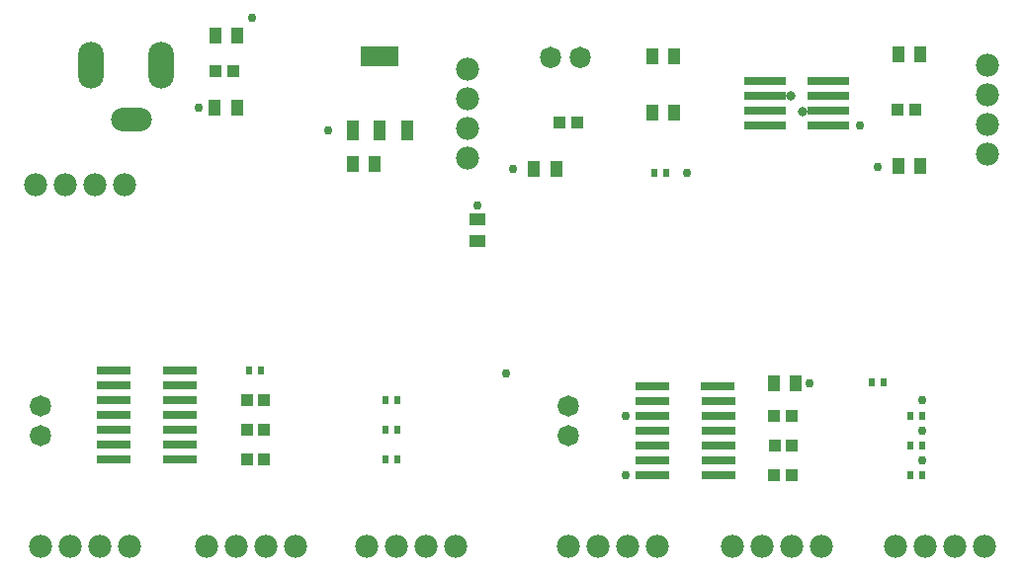
<source format=gts>
G04*
G04 #@! TF.GenerationSoftware,Altium Limited,Altium Designer,22.1.2 (22)*
G04*
G04 Layer_Color=8388736*
%FSLAX25Y25*%
%MOIN*%
G70*
G04*
G04 #@! TF.SameCoordinates,52BC5A9B-E7CF-49AA-A5AC-D027EE08C1C4*
G04*
G04*
G04 #@! TF.FilePolarity,Negative*
G04*
G01*
G75*
%ADD21R,0.02362X0.02756*%
%ADD22R,0.03937X0.05709*%
%ADD27R,0.05709X0.03937*%
%ADD28C,0.00000*%
%ADD29R,0.03950X0.03950*%
%ADD30R,0.13000X0.07100*%
%ADD31R,0.04100X0.07100*%
%ADD32R,0.11233X0.03162*%
%ADD33R,0.14186X0.03162*%
%ADD34C,0.07800*%
%ADD35C,0.07178*%
%ADD36O,0.08674X0.15761*%
%ADD37O,0.13792X0.07887*%
%ADD38C,0.03000*%
%ADD39C,0.03300*%
D21*
X133031Y46500D02*
D03*
X136969D02*
D03*
X133031Y56500D02*
D03*
X136969D02*
D03*
X310032Y41000D02*
D03*
X313968D02*
D03*
X310032Y51000D02*
D03*
X313968D02*
D03*
X310032Y61000D02*
D03*
X313968D02*
D03*
X297031Y72500D02*
D03*
X300969D02*
D03*
X227437Y143000D02*
D03*
X223500D02*
D03*
X133031Y66500D02*
D03*
X136969D02*
D03*
X87000Y76500D02*
D03*
X90937D02*
D03*
D22*
X83000Y189500D02*
D03*
X75520D02*
D03*
X75260Y165000D02*
D03*
X82740D02*
D03*
X263760Y72000D02*
D03*
X271240D02*
D03*
X230240Y182500D02*
D03*
X222760D02*
D03*
X230240Y163500D02*
D03*
X222760D02*
D03*
X305760Y145500D02*
D03*
X313240D02*
D03*
X313240Y183000D02*
D03*
X305760D02*
D03*
X121760Y146000D02*
D03*
X129240D02*
D03*
X183020Y144500D02*
D03*
X190500D02*
D03*
D27*
X164000Y127490D02*
D03*
Y120010D02*
D03*
D28*
X19890Y54500D02*
G03*
X19890Y54500I-3390J0D01*
G01*
Y64500D02*
G03*
X19890Y64500I-3390J0D01*
G01*
X191937Y182000D02*
G03*
X191937Y182000I-3390J0D01*
G01*
X201937D02*
G03*
X201937Y182000I-3390J0D01*
G01*
X197890Y54500D02*
G03*
X197890Y54500I-3390J0D01*
G01*
Y64500D02*
G03*
X197890Y64500I-3390J0D01*
G01*
D29*
X191547Y160000D02*
D03*
X197453D02*
D03*
X91953Y46500D02*
D03*
X86047D02*
D03*
X91953Y56500D02*
D03*
X86047D02*
D03*
X91953Y66500D02*
D03*
X86047D02*
D03*
X81453Y177500D02*
D03*
X75547D02*
D03*
X269905Y61000D02*
D03*
X264000D02*
D03*
X269905Y41000D02*
D03*
X264000D02*
D03*
X270000Y51000D02*
D03*
X264094D02*
D03*
X311453Y164500D02*
D03*
X305547D02*
D03*
D30*
X131000Y182600D02*
D03*
D31*
X121900Y157400D02*
D03*
X131000D02*
D03*
X140100D02*
D03*
D32*
X245000Y71000D02*
D03*
X245165Y66000D02*
D03*
Y61000D02*
D03*
Y56000D02*
D03*
Y51000D02*
D03*
Y46000D02*
D03*
Y41000D02*
D03*
X222835D02*
D03*
Y46000D02*
D03*
Y51000D02*
D03*
Y56000D02*
D03*
Y61000D02*
D03*
Y66000D02*
D03*
Y71000D02*
D03*
X41335Y76500D02*
D03*
Y71500D02*
D03*
Y66500D02*
D03*
Y61500D02*
D03*
Y56500D02*
D03*
Y51500D02*
D03*
Y46500D02*
D03*
X63665D02*
D03*
Y51500D02*
D03*
Y56500D02*
D03*
Y61500D02*
D03*
Y66500D02*
D03*
Y71500D02*
D03*
X63500Y76500D02*
D03*
D33*
X282130Y159000D02*
D03*
Y164000D02*
D03*
Y169000D02*
D03*
Y174000D02*
D03*
X260870D02*
D03*
Y169000D02*
D03*
Y164000D02*
D03*
Y159000D02*
D03*
D34*
X82500Y17000D02*
D03*
X72500D02*
D03*
X102500D02*
D03*
X92500D02*
D03*
X136500D02*
D03*
X126500D02*
D03*
X156500D02*
D03*
X146500D02*
D03*
X26500D02*
D03*
X16500D02*
D03*
X46500D02*
D03*
X36500D02*
D03*
X35000Y139000D02*
D03*
X45000D02*
D03*
X15000D02*
D03*
X25000D02*
D03*
X160500Y168000D02*
D03*
Y178000D02*
D03*
Y148000D02*
D03*
Y158000D02*
D03*
X315000Y17000D02*
D03*
X305000D02*
D03*
X335000D02*
D03*
X325000D02*
D03*
X260000D02*
D03*
X250000D02*
D03*
X280000D02*
D03*
X270000D02*
D03*
X204500D02*
D03*
X194500D02*
D03*
X224500D02*
D03*
X214500D02*
D03*
X336000Y169500D02*
D03*
Y179500D02*
D03*
Y149500D02*
D03*
Y159500D02*
D03*
D35*
X16500Y54500D02*
D03*
Y64500D02*
D03*
X188547Y182000D02*
D03*
X198547D02*
D03*
X194500Y54500D02*
D03*
Y64500D02*
D03*
D36*
X57122Y179500D02*
D03*
X33500D02*
D03*
D37*
X47280Y161193D02*
D03*
D38*
X314000Y46000D02*
D03*
Y56000D02*
D03*
Y66500D02*
D03*
X173500Y75500D02*
D03*
X176000Y144500D02*
D03*
X88000Y195500D02*
D03*
X276000Y72000D02*
D03*
X299000Y145000D02*
D03*
X293000Y159000D02*
D03*
X70000Y165000D02*
D03*
X113500Y157500D02*
D03*
X214000Y41000D02*
D03*
Y61000D02*
D03*
X234469Y143000D02*
D03*
X164000Y132000D02*
D03*
D39*
X269452Y169048D02*
D03*
X273548Y163952D02*
D03*
M02*

</source>
